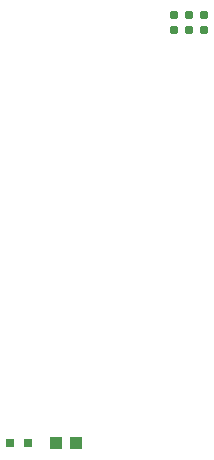
<source format=gtp>
G75*
%MOIN*%
%OFA0B0*%
%FSLAX25Y25*%
%IPPOS*%
%LPD*%
%AMOC8*
5,1,8,0,0,1.08239X$1,22.5*
%
%ADD10C,0.03100*%
%ADD11R,0.03150X0.03150*%
%ADD12R,0.03937X0.04331*%
D10*
X0166600Y0147667D03*
X0171600Y0147667D03*
X0171600Y0152667D03*
X0166600Y0152667D03*
X0176600Y0152667D03*
X0176600Y0147667D03*
D11*
X0111747Y0010167D03*
X0117653Y0010167D03*
D12*
X0127004Y0010167D03*
X0133696Y0010167D03*
M02*

</source>
